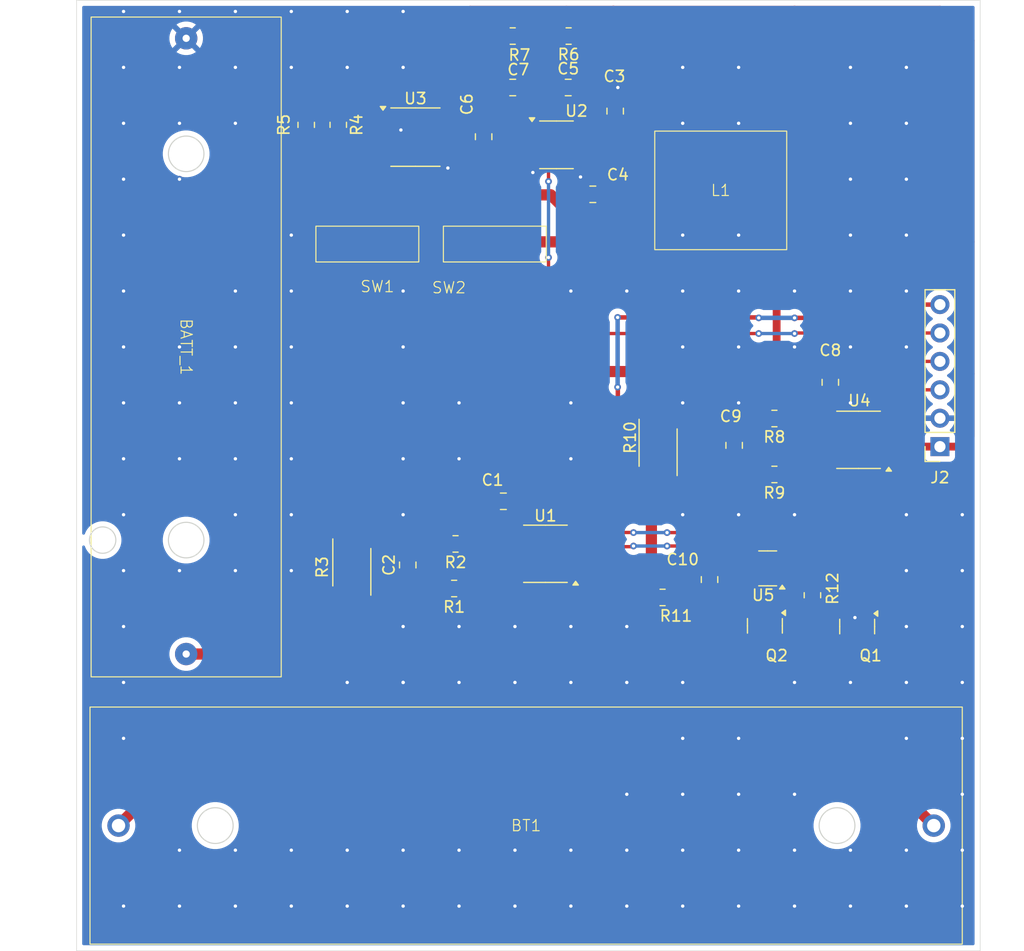
<source format=kicad_pcb>
(kicad_pcb (version 20241229) (generator "pcbnew") (generator_version "9.0")
  (layers (0 "F.Cu" signal) (2 "B.Cu" signal) (13 "F.Paste" user) (15 "B.Paste" user) (5 "F.SilkS" user "F.Silkscreen") (7 "B.SilkS" user "B.Silkscreen") (1 "F.Mask" user) (3 "B.Mask" user) (25 "Edge.Cuts" user))
  (net 0 "")
  (net 1 "+ALK")
  (net 2 "GND")
  (net 3 "LITH")
  (net 4 "Net-(BT1--)")
  (net 5 "V5+")
  (net 6 "Net-(C2-Pad1)")
  (net 7 "Net-(C2-Pad2)")
  (net 8 "Net-(SW1-B)")
  (net 9 "Net-(U2-AUX)")
  (net 10 "Net-(U2-LDO)")
  (net 11 "Net-(C9-Pad1)")
  (net 12 "Net-(C9-Pad2)")
  (net 13 "Net-(U5-VCC)")
  (net 14 "SDA")
  (net 15 "SHDN")
  (net 16 "SCL")
  (net 17 "Net-(U2-SWITCH)")
  (net 18 "Net-(Q1-D)")
  (net 19 "Net-(Q1-G)")
  (net 20 "Net-(Q2-G)")
  (net 21 "Net-(U1-IN+)")
  (net 22 "Net-(U1-IN-)")
  (net 23 "Net-(SW1-A)")
  (net 24 "Net-(U2-FB)")
  (net 25 "Net-(U4-IN+)")
  (net 26 "Net-(U4-IN-)")
  (net 27 "Net-(U5-CS)")
  (net 28 "MPPC")
  (net 34 "Net-(SW2-B)")
  (footprint "Capacitor_SMD:C_0805_2012Metric_Pad1.18x1.45mm_HandSolder" (layer "F.Cu") (at 140.2 71.3 -90)
    (property "Reference" "C6")
    (property "Value" "0.1u")
  )
  (footprint "Resistor_SMD:R_0805_2012Metric_Pad1.20x1.40mm_HandSolder" (layer "F.Cu") (at 166.2 96.5 180)
    (property "Reference" "R8")
    (property "Value" "10")
  )
  (footprint "Package_TO_SOT_SMD:SOT-23-6" (layer "F.Cu") (at 165.6 109.9 180)
    (property "Reference" "U5")
    (property "Value" "DW01A")
  )
  (footprint "Resistor_SMD:R_0805_2012Metric_Pad1.20x1.40mm_HandSolder" (layer "F.Cu") (at 147.8 62.3 180)
    (property "Reference" "R6")
    (property "Value" "910k")
  )
  (footprint "Resistor_SMD:R_Shunt_Vishay_WSK2512_6332Metric_T1.19mm" (layer "F.Cu") (at 128.4125 109.795 90)
    (property "Reference" "R3")
    (property "Value" "0.1R")
  )
  (footprint "Resistor_SMD:R_Shunt_Vishay_WSK2512_6332Metric_T1.19mm" (layer "F.Cu") (at 155.8 99.1 90)
    (property "Reference" "R10")
    (property "Value" "0.1R")
  )
  (footprint "Connector_PinSocket_2.54mm:PinSocket_1x06_P2.54mm_Vertical" (layer "F.Cu") (at 181.000999 99.011844 180)
    (property "Reference" "J2")
    (property "Value" "Conn_01x06_Socket")
  )
  (footprint "Resistor_SMD:R_0805_2012Metric_Pad1.20x1.40mm_HandSolder" (layer "F.Cu") (at 169.6 112.3 90)
    (property "Reference" "R12")
    (property "Value" "1k")
  )
  (footprint "Package_TO_SOT_SMD:SOT-23" (layer "F.Cu") (at 173.6 115.1 -90)
    (property "Reference" "Q1")
    (property "Value" "AO3400A")
  )
  (footprint "Capacitor_SMD:C_0805_2012Metric_Pad1.18x1.45mm_HandSolder" (layer "F.Cu") (at 141.9625 103.9 180)
    (property "Reference" "C1")
    (property "Value" "0.1u")
  )
  (footprint "Resistor_SMD:R_0805_2012Metric_Pad1.20x1.40mm_HandSolder" (layer "F.Cu") (at 156.2 112.5 180)
    (property "Reference" "R11")
    (property "Value" "100")
  )
  (footprint "Capacitor_SMD:C_0805_2012Metric_Pad1.18x1.45mm_HandSolder" (layer "F.Cu") (at 142.8 66.9 180)
    (property "Reference" "C7")
    (property "Value" "4.7u")
  )
  (footprint "Package_TO_SOT_SMD:SOT-23" (layer "F.Cu") (at 165.35 115.0375 -90)
    (property "Reference" "Q2")
    (property "Value" "AO3400A")
  )
  (footprint "Resistor_SMD:R_0805_2012Metric_Pad1.20x1.40mm_HandSolder" (layer "F.Cu") (at 166.2 101.5 180)
    (property "Reference" "R9")
    (property "Value" "10")
  )
  (footprint "Package_SO:SOIC-8_3.9x4.9mm_P1.27mm" (layer "F.Cu") (at 173.725 98.405 180)
    (property "Reference" "U4")
    (property "Value" "INA219AxD")
  )
  (footprint "Joule Thief-Library:18650_Cell_Clip" (layer "F.Cu") (at 144 132.9 180)
    (property "Reference" "BT1")
    (property "Value" "Battery_Cell")
    (fp_circle (center 27.8 0) (end 29.4 0) (stroke (width 0.1)) (fill no) (layer "Edge.Cuts"))
    (fp_circle (center -27.8 0) (end -26.2 0) (stroke (width 0.1)) (fill no) (layer "Edge.Cuts"))
  )
  (footprint "Resistor_SMD:R_0805_2012Metric_Pad1.20x1.40mm_HandSolder" (layer "F.Cu") (at 124.334081 70.241462 -90)
    (property "Reference" "R5")
    (property "Value" "4.7k")
  )
  (footprint "Resistor_SMD:R_0805_2012Metric_Pad1.20x1.40mm_HandSolder" (layer "F.Cu") (at 137.5625 111.7 180)
    (property "Reference" "R1")
    (property "Value" "10")
  )
  (footprint "Package_SO:MSOP-12_3x4.039mm_P0.65mm" (layer "F.Cu") (at 146.7125 72.025)
    (property "Reference" "U2")
    (property "Value" "LTC3105xMS")
  )
  (footprint "Joule Thief-Library:SMD_DPST_Switch" (layer "F.Cu") (at 141.2 80.9)
    (property "Reference" "SW2")
    (property "Value" "SW_SPST")
  )
  (footprint "Package_SO:TSSOP-14_4.4x5mm_P0.65mm" (layer "F.Cu") (at 134.1 71.3375)
    (property "Reference" "U3")
    (property "Value" "AD5280")
  )
  (footprint "Capacitor_SMD:C_0805_2012Metric_Pad1.18x1.45mm_HandSolder" (layer "F.Cu") (at 162.6 98.9 90)
    (property "Reference" "C9")
    (property "Value" "0.1u")
  )
  (footprint "Capacitor_SMD:C_0805_2012Metric_Pad1.18x1.45mm_HandSolder" (layer "F.Cu") (at 149.9625 76.45 180)
    (property "Reference" "C4")
    (property "Value" "10u")
  )
  (footprint "Resistor_SMD:R_0805_2012Metric_Pad1.20x1.40mm_HandSolder" (layer "F.Cu") (at 127.2 70.2375 -90)
    (property "Reference" "R4")
    (property "Value" "4.7k")
  )
  (footprint "Joule Thief-Library:Power_Inductor_101040" (layer "F.Cu") (at 161.4 76.1)
    (property "Reference" "L1")
    (property "Value" "10u")
  )
  (footprint "Resistor_SMD:R_0805_2012Metric_Pad1.20x1.40mm_HandSolder" (layer "F.Cu") (at 137.6875 107.711852 180)
    (property "Reference" "R2")
    (property "Value" "10")
  )
  (footprint "Capacitor_SMD:C_0805_2012Metric_Pad1.18x1.45mm_HandSolder" (layer "F.Cu") (at 133.4125 109.595 90)
    (property "Reference" "C2")
    (property "Value" "0.1u")
  )
  (footprint "Capacitor_SMD:C_0805_2012Metric_Pad1.18x1.45mm_HandSolder" (layer "F.Cu") (at 151.9625 69.0125 -90)
    (property "Reference" "C3")
    (property "Value" "100u")
  )
  (footprint "Capacitor_SMD:C_0805_2012Metric_Pad1.18x1.45mm_HandSolder" (layer "F.Cu") (at 147.7625 66.9)
    (property "Reference" "C5")
    (property "Value" "1u")
  )
  (footprint "Joule Thief-Library:AA_Cell_Clip" (layer "F.Cu") (at 113.6 90.1 -90)
    (property "Reference" "BATT_1")
    (property "Value" "Alkaline AA")
    (fp_circle (center 17.27 7.47) (end 18.45 7.47) (stroke (width 0.1)) (fill no) (layer "Edge.Cuts"))
    (fp_circle (center -17.27 0) (end -15.68 0) (stroke (width 0.1)) (fill no) (layer "Edge.Cuts"))
    (fp_circle (center 17.27 0) (end 18.86 0) (stroke (width 0.1)) (fill no) (layer "Edge.Cuts"))
  )
  (footprint "Capacitor_SMD:C_0805_2012Metric_Pad1.18x1.45mm_HandSolder" (layer "F.Cu") (at 171.2 93.2625 90)
    (property "Reference" "C8")
    (property "Value" "0.1u")
  )
  (footprint "Joule Thief-Library:SMD_DPST_Switch" (layer "F.Cu") (at 129.8 80.9 180)
    (property "Reference" "SW1")
    (property "Value" "SW_SPST")
  )
  (footprint "Package_SO:SOIC-8_3.9x4.9mm_P1.27mm" (layer "F.Cu") (at 145.725 108.595 180)
    (property "Reference" "U1")
    (property "Value" "INA219AxD")
  )
  (footprint "Capacitor_SMD:C_0805_2012Metric_Pad1.18x1.45mm_HandSolder" (layer "F.Cu") (at 160.4 110.9 -90)
    (property "Reference" "C10")
    (property "Value" "0.1u")
  )
  (footprint "Resistor_SMD:R_0805_2012Metric_Pad1.20x1.40mm_HandSolder" (layer "F.Cu") (at 142.8 62.3 180)
    (property "Reference" "R7")
    (property "Value" "220k")
  )
  (gr_rect (start 103.8 59.1) (end 184.6 144.1) (stroke (width 0.05)) (fill no) (layer "Edge.Cuts"))
  (segment (start 127.1425 112.78) (end 127.7775 112.78) (width 0.7) (layer "F.Cu") (net 1))
  (segment (start 113.6 117.56) (end 123.74 117.56) (width 1) (layer "F.Cu") (net 1))
  (segment (start 123.74 117.56) (end 127.78 113.52) (width 1) (layer "F.Cu") (net 1))
  (segment (start 178 102.11) (end 178 105.1) (width 0.3) (layer "F.Cu") (net 2))
  (segment (start 148.2 109.23) (end 148.2 110.5) (width 0.3) (layer "F.Cu") (net 2))
  (segment (start 144.5625 73.65) (end 144.5625 74.4625) (width 0.3) (layer "F.Cu") (net 2))
  (segment (start 171.7875 113.3) (end 172.65 114.1625) (width 0.3) (layer "F.Cu") (net 2))
  (segment (start 142.4 71.7) (end 140.8375 71.7) (width 0.3) (layer "F.Cu") (net 2))
  (segment (start 140.8375 71.7) (end 140.2 72.3375) (width 0.3) (layer "F.Cu") (net 2))
  (segment (start 150.8875 66.9) (end 152.2 66.9) (width 0.3) (layer "F.Cu") (net 2))
  (segment (start 171.25 97.77) (end 172.224999 97.77) (width 0.3) (layer "F.Cu") (net 2))
  (segment (start 136.9625 71.9875) (end 136.9625 72.6375) (width 0.4) (layer "F.Cu") (net 2))
  (segment (start 142.275001 107.96) (end 140.925 106.609999) (width 0.3) (layer "F.Cu") (net 2))
  (segment (start 143.25 107.96) (end 142.275001 107.96) (width 0.3) (layer "F.Cu") (net 2))
  (segment (start 132.7875 70.6875) (end 132.8 70.7) (width 0.3) (layer "F.Cu") (net 2))
  (segment (start 140.925 106.609999) (end 140.925 103.9) (width 0.3) (layer "F.Cu") (net 2))
  (segment (start 173 95.1) (end 173 93.3) (width 0.3) (layer "F.Cu") (net 2))
  (segment (start 148.8625 76.3875) (end 148.925 76.45) (width 0.3) (layer "F.Cu") (net 2))
  (segment (start 173 96.994999) (end 173 95.1) (width 0.3) (layer "F.Cu") (net 2))
  (segment (start 139.25 73.2875) (end 140.2 72.3375) (width 0.4) (layer "F.Cu") (net 2))
  (segment (start 138.9 103.9) (end 138 103) (width 0.3) (layer "F.Cu") (net 2))
  (segment (start 144.5625 74.4625) (end 144.6 74.5) (width 0.3) (layer "F.Cu") (net 2))
  (segment (start 148.2 114.9) (end 148 115.1) (width 0.3) (layer "F.Cu") (net 2))
  (segment (start 148.2 110.5) (end 148.2 114.9) (width 0.3) (layer "F.Cu") (net 2))
  (segment (start 144.5625 71.7) (end 142.4 71.7) (width 0.3) (layer "F.Cu") (net 2))
  (segment (start 141.8 62.3) (end 141.8 66.8625) (width 0.3) (layer "F.Cu") (net 2))
  (segment (start 169.6 113.3) (end 171.7875 113.3) (width 0.3) (layer "F.Cu") (net 2))
  (segment (start 150.8875 66.9) (end 151.9625 67.975) (width 0.3) (layer "F.Cu") (net 2))
  (segment (start 136.9625 73.2875) (end 139.25 73.2875) (width 0.4) (layer "F.Cu") (net 2))
  (segment (start 138 103) (end 138 100.1) (width 0.3) (layer "F.Cu") (net 2))
  (segment (start 171.925 92.225) (end 173 93.3) (width 0.3) (layer "F.Cu") (net 2))
  (segment (start 172.224999 97.77) (end 173 96.994999) (width 0.3) (layer "F.Cu") (net 2))
  (segment (start 140.925 103.9) (end 138.9 103.9) (width 0.3) (layer "F.Cu") (net 2))
  (segment (start 136.9625 74.0625) (end 137 74.1) (width 0.3) (layer "F.Cu") (net 2))
  (segment (start 131.2375 70.6875) (end 132.7875 70.6875) (width 0.3) (layer "F.Cu") (net 2))
  (segment (start 148.8625 73.65) (end 148.8625 76.3875) (width 0.3) (layer "F.Cu") (net 2))
  (segment (start 148.8 66.9) (end 150.8875 66.9) (width 0.3) (layer "F.Cu") (net 2))
  (segment (start 173.2625 114.1625) (end 173.4 114.3) (width 0.3) (layer "F.Cu") (net 2))
  (segment (start 141.8 66.8625) (end 141.7625 66.9) (width 0.3) (layer "F.Cu") (net 2))
  (segment (start 171.2 92.225) (end 171.925 92.225) (width 0.3) (layer "F.Cu") (net 2))
  (segment (start 141.7625 66.9) (end 141.7625 71.0625) (width 0.3) (layer "F.Cu") (net 2))
  (segment (start 136.9625 71.3375) (end 136.9625 71.9875) (width 0.4) (layer "F.Cu") (net 2))
  (segment (start 172.65 114.1625) (end 173.2625 114.1625) (width 0.3) (layer "F.Cu") (net 2))
  (segment (start 136.9625 73.2875) (end 136.9625 74.0625) (width 0.3) (layer "F.Cu") (net 2))
  (segment (start 141.7625 71.0625) (end 142.4 71.7) (width 0.3) (layer "F.Cu") (net 2))
  (segment (start 176.2 100.31) (end 178 102.11) (width 0.3) (layer "F.Cu") (net 2))
  (segment (start 136.9625 72.6375) (end 136.9625 73.2875) (width 0.4) (layer "F.Cu") (net 2))
  (via (at 138 135.1) (size 0.6) (drill 0.3) (layers "F.Cu" "B.Cu") (net 2))
  (via (at 108 80.1) (size 0.6) (drill 0.3) (layers "F.Cu" "B.Cu") (net 2))
  (via (at 153 135.1) (size 0.6) (drill 0.3) (layers "F.Cu" "B.Cu") (net 2))
  (via (at 183 115.1) (size 0.6) (drill 0.3) (layers "F.Cu" "B.Cu") (net 2))
  (via (at 183 125.1) (size 0.6) (drill 0.3) (layers "F.Cu" "B.Cu") (net 2))
  (via (at 178 140.1) (size 0.6) (drill 0.3) (layers "F.Cu" "B.Cu") (net 2))
  (via (at 138 140.1) (size 0.6) (drill 0.3) (layers "F.Cu" "B.Cu") (net 2))
  (via (at 123 85.1) (size 0.6) (drill 0.3) (layers "F.Cu" "B.Cu") (net 2))
  (via (at 108 110.1) (size 0.6) (drill 0.3) (layers "F.Cu" "B.Cu") (net 2))
  (via (at 178 115.1) (size 0.6) (drill 0.3) (layers "F.Cu" "B.Cu") (net 2))
  (via (at 148 120.1) (size 0.6) (drill 0.3) (layers "F.Cu" "B.Cu") (net 2))
  (via (at 128 60.1) (size 0.6) (drill 0.3) (layers "F.Cu" "B.Cu") (net 2))
  (via (at 183 110.1) (size 0.6) (drill 0.3) (layers "F.Cu" "B.Cu") (net 2))
  (via (at 178 70.1) (size 0.6) (drill 0.3) (layers "F.Cu" "B.Cu") (net 2))
  (via (at 133 85.1) (size 0.6) (drill 0.3) (layers "F.Cu" "B.Cu") (net 2))
  (via (at 108 70.1) (size 0.6) (drill 0.3) (layers "F.Cu" "B.Cu") (net 2))
  (via (at 113 65.1) (size 0.6) (drill 0.3) (layers "F.Cu" "B.Cu") (net 2))
  (via (at 168 85.1) (size 0.6) (drill 0.3) (layers "F.Cu" "B.Cu") (net 2))
  (via (at 168 130.1) (size 0.6) (drill 0.3) (layers "F.Cu" "B.Cu") (net 2))
  (via (at 158 65.1) (size 0.6) (drill 0.3) (layers "F.Cu" "B.Cu") (net 2))
  (via (at 168 90.1) (size 0.6) (drill 0.3) (layers "F.Cu" "B.Cu") (net 2))
  (via (at 118 140.1) (size 0.6) (drill 0.3) (layers "F.Cu" "B.Cu") (net 2))
  (via (at 158 95.1) (size 0.6) (drill 0.3) (layers "F.Cu" "B.Cu") (net 2))
  (via (at 158 90.1) (size 0.6) (drill 0.3) (layers "F.Cu" "B.Cu") (net 2))
  (via (at 118 95.1) (size 0.6) (drill 0.3) (layers "F.Cu" "B.Cu") (net 2))
  (via (at 113 135.1) (size 0.6) (drill 0.3) (layers "F.Cu" "B.Cu") (net 2))
  (via (at 148 85.1) (size 0.6) (drill 0.3) (layers "F.Cu" "B.Cu") (net 2))
  (via (at 163 130.1) (size 0.6) (drill 0.3) (layers "F.Cu" "B.Cu") (net 2))
  (via (at 153 115.1) (size 0.6) (drill 0.3) (layers "F.Cu" "B.Cu") (net 2))
  (via (at 163 70.1) (size 0.6) (drill 0.3) (layers "F.Cu" "B.Cu") (net 2))
  (via (at 133 140.1) (size 0.6) (drill 0.3) (layers "F.Cu" "B.Cu") (net 2))
  (via (at 168 105.1) (size 0.6) (drill 0.3) (layers "F.Cu" "B.Cu") (net 2))
  (via (at 178 65.1) (size 0.6) (drill 0.3) (layers "F.Cu" "B.Cu") (net 2))
  (via (at 118 85.1) (size 0.6) (drill 0.3) (layers "F.Cu" "B.Cu") (net 2))
  (via (at 113 95.1) (size 0.6) (drill 0.3) (layers "F.Cu" "B.Cu") (net 2))
  (via (at 168 120.1) (size 0.6) (drill 0.3) (layers "F.Cu" "B.Cu") (net 2))
  (via (at 148.8625 74.9) (size 0.6) (drill 0.3) (layers "F.Cu" "B.Cu") (net 2))
  (via (at 148 115.1) (size 0.6) (drill 0.3) (layers "F.Cu" "B.Cu") (net 2))
  (via (at 123 110.1) (size 0.6) (drill 0.3) (layers "F.Cu" "B.Cu") (net 2))
  (via (at 123 80.1) (size 0.6) (drill 0.3) (layers "F.Cu" "B.Cu") (net 2))
  (via (at 178 85.1) (size 0.6) (drill 0.3) (layers "F.Cu" "B.Cu") (net 2))
  (via (at 173 120.1) (size 0.6) (drill 0.3) (layers "F.Cu" "B.Cu") (net 2))
  (via (at 108 115.1) (size 0.6) (drill 0.3) (layers "F.Cu" "B.Cu") (net 2))
  (via (at 158 130.1) (size 0.6) (drill 0.3) (layers "F.Cu" "B.Cu") (net 2))
  (via (at 168 135.1) (size 0.6) (drill 0.3) (layers "F.Cu" "B.Cu") (net 2))
  (via (at 153 140.1) (size 0.6) (drill 0.3) (layers "F.Cu" "B.Cu") (net 2))
  (via (at 158 70.1) (size 0.6) (drill 0.3) (layers "F.Cu" "B.Cu") (net 2))
  (via (at 108 65.1) (size 0.6) (drill 0.3) (layers "F.Cu" "B.Cu") (net 2))
  (via (at 133 120.1) (size 0.6) (drill 0.3) (layers "F.Cu" "B.Cu") (net 2))
  (via (at 163 65.1) (size 0.6) (drill 0.3) (layers "F.Cu" "B.Cu") (net 2))
  (via (at 158 140.1) (size 0.6) (drill 0.3) (layers "F.Cu" "B.Cu") (net 2))
  (via (at 108 125.1) (size 0.6) (drill 0.3) (layers "F.Cu" "B.Cu") (net 2))
  (via (at 128 65.1) (size 0.6) (drill 0.3) (layers "F.Cu" "B.Cu") (net 2))
  (via (at 133 65.1) (size 0.6) (drill 0.3) (layers "F.Cu" "B.Cu") (net 2))
  (via (at 148 95.1) (size 0.6) (drill 0.3) (layers "F.Cu" "B.Cu") (net 2))
  (via (at 173 95.1) (size 0.6) (drill 0.3) (layers "F.Cu" "B.Cu") (net 2))
  (via (at 158 120.1) (size 0.6) (drill 0.3) (layers "F.Cu" "B.Cu") (net 2))
  (via (at 163 140.1) (size 0.6) (drill 0.3) (layers "F.Cu" "B.Cu") (net 2))
  (via (at 118 105.1) (size 0.6) (drill 0.3) (layers "F.Cu" "B.Cu") (net 2))
  (via (at 123 100.1) (size 0.6) (drill 0.3) (layers "F.Cu" "B.Cu") (net 2))
  (via (at 178 90.1) (size 0.6) (drill 0.3) (layers "F.Cu" "B.Cu") (net 2))
  (via (at 108 60.1) (size 0.6) (drill 0.3) (layers "F.Cu" "B.Cu") (net 2))
  (via (at 143 135.1) (size 0.6) (drill 0.3) (layers "F.Cu" "B.Cu") (net 2))
  (via (at 143 115.1) (size 0.6) (drill 0.3) (layers "F.Cu" "B.Cu") (net 2))
  (via (at 158 80.1) (size 0.6) (drill 0.3) (layers "F.Cu" "B.Cu") (net 2))
  (via (at 183 130.1) (size 0.6) (drill 0.3) (layers "F.Cu" "B.Cu") (net 2))
  (via (at 143 120.1) (size 0.6) (drill 0.3) (layers "F.Cu" "B.Cu") (net 2))
  (via (at 178 80.1) (size 0.6) (drill 0.3) (layers "F.Cu" "B.Cu") (net 2))
  (via (at 163 90.1) (size 0.6) (drill 0.3) (layers "F.Cu" "B.Cu") (net 2))
  (via (at 173 70.1) (size 0.6) (drill 0.3) (layers "F.Cu" "B.Cu") (net 2))
  (via (at 143 140.1) (size 0.6) (drill 0.3) (layers "F.Cu" "B.Cu") (net 2))
  (via (at 137 74.1) (size 0.6) (drill 0.3) (layers "F.Cu" "B.Cu") (net 2))
  (via (at 153 85.1) (size 0.6) (drill 0.3) (layers "F.Cu" "B.Cu") (net 2))
  (via (at 133 135.1) (size 0.6) (drill 0.3) (layers "F.Cu" "B.Cu") (net 2))
  (via (at 108 140.1) (size 0.6) (drill 0.3) (layers "F.Cu" "B.Cu") (net 2))
  (via (at 173 140.1) (size 0.6) (drill 0.3) (layers "F.Cu" "B.Cu") (net 2))
  (via (at 178 135.1) (size 0.6) (drill 0.3) (layers "F.Cu" "B.Cu") (net 2))
  (via (at 132.8 70.7) (size 0.6) (drill 0.3) (layers "F.Cu" "B.Cu") (net 2))
  (via (at 108 100.1) (size 0.6) (drill 0.3) (layers "F.Cu" "B.Cu") (net 2))
  (via (at 123 105.1) (size 0.6) (drill 0.3) (layers "F.Cu" "B.Cu") (net 2))
  (via (at 123 65.1) (size 0.6) (drill 0.3) (layers "F.Cu" "B.Cu") (net 2))
  (via (at 153 130.1) (size 0.6) (drill 0.3) (layers "F.Cu" "B.Cu") (net 2))
  (via (at 118 60.1) (size 0.6) (drill 0.3) (layers "F.Cu" "B.Cu") (net 2))
  (via (at 113 75.1) (size 0.6) (drill 0.3) (layers "F.Cu" "B.Cu") (net 2))
  (via (at 163 135.1) (size 0.6) (drill 0.3) (layers "F.Cu" "B.Cu") (net 2))
  (via (at 133 120.1) (size 0.6) (drill 0.3) (layers "F.Cu" "B.Cu") (net 2))
  (via (at 128 135.1) (size 0.6) (drill 0.3) (layers "F.Cu" "B.Cu") (net 2))
  (via (at 178 105.1) (size 0.6) (drill 0.3) (layers "F.Cu" "B.Cu") (net 2))
  (via (at 108 90.1) (size 0.6) (drill 0.3) (layers "F.Cu" "B.Cu") (net 2))
  (via (at 118 100.1) (size 0.6) (drill 0.3) (layers "F.Cu" "B.Cu") (net 2))
  (via (at 158 135.1) (size 0.6) (drill 0.3) (layers "F.Cu" "B.Cu") (net 2))
  (via (at 133 115.1) (size 0.6) (drill 0.3) (layers "F.Cu" "B.Cu") (net 2))
  (via (at 173 135.1) (size 0.6) (drill 0.3) (layers "F.Cu" "B.Cu") (net 2))
  (via (at 178 110.1) (size 0.6) (drill 0.3) (layers "F.Cu" "B.Cu") (net 2))
  (via (at 128 140.1) (size 0.6) (drill 0.3) (layers "F.Cu" "B.Cu") (net 2))
  (via (at 123 90.1) (size 0.6) (drill 0.3) (layers "F.Cu" "B.Cu") (net 2))
  (via (at 173 75.1) (size 0.6) (drill 0.3) (layers "F.Cu" "B.Cu") (net 2))
  (via (at 163 85.1) (size 0.6) (drill 0.3) (layers "F.Cu" "B.Cu") (net 2))
  (via (at 168 140.1) (size 0.6) (drill 0.3) (layers "F.Cu" "B.Cu") (net 2))
  (via (at 138 100.1) (size 0.6) (drill 0.3) (layers "F.Cu" "B.Cu") (net 2))
  (via (at 158 125.1) (size 0.6) (drill 0.3) (layers "F.Cu" "B.Cu") (net 2))
  (via (at 183 105.1) (size 0.6) (drill 0.3) (layers "F.Cu" "B.Cu") (net 2))
  (via (at 123 60.1) (size 0.6) (drill 0.3) (layers "F.Cu" "B.Cu") (net 2))
  (via (at 183 140.1) (size 0.6) (drill 0.3) (layers "F.Cu" "B.Cu") (net 2))
  (via (at 138 95.1) (size 0.6) (drill 0.3) (layers "F.Cu" "B.Cu") (net 2))
  (via (at 118 65.1) (size 0.6) (drill 0.3) (layers "F.Cu" "B.Cu") (net 2))
  (via (at 163 105.1) (size 0.6) (drill 0.3) (layers "F.Cu" "B.Cu") (net 2))
  (via (at 178 125.1) (size 0.6) (drill 0.3) (layers "F.Cu" "B.Cu") (net 2))
  (via (at 163 125.1) (size 0.6) (drill 0.3) (layers "F.Cu" "B.Cu") (net 2))
  (via (at 144.6 74.5) (size 0.6) (drill 0.3) (layers "F.Cu" "B.Cu") (net 2))
  (via (at 113 110.1) (size 0.6) (drill 0.3) (layers "F.Cu" "B.Cu") (net 2))
  (via (at 148 135.1) (size 0.6) (drill 0.3) (layers "F.Cu" "B.Cu") (net 2))
  (via (at 148 100.1) (size 0.6) (drill 0.3) (layers "F.Cu" "B.Cu") (net 2))
  (via (at 133 90.1) (size 0.6) (drill 0.3) (layers "F.Cu" "B.Cu") (net 2))
  (via (at 173 65.1) (size 0.6) (drill 0.3) (layers "F.Cu" "B.Cu") (net 2))
  (via (at 148 140.1) (size 0.6) (drill 0.3) (layers "F.Cu" "B.Cu") (net 2))
  (via (at 173 90.1) (size 0.6) (drill 0.3) (layers "F.Cu" "B.Cu") (net 2))
  (via (at 108 95.1) (size 0.6) (drill 0.3) (layers "F.Cu" "B.Cu") (net 2))
  (via (at 133 95.1) (size 0.6) (drill 0.3) (layers "F.Cu" "B.Cu") (net 2))
  (via (at 113 140.1) (size 0.6) (drill 0.3) (layers "F.Cu" "B.Cu") (net 2))
  (via (at 133 60.1) (size 0.6) (drill 0.3) (layers "F.Cu" "B.Cu") (net 2))
  (via (at 163 80.1) (size 0.6) (drill 0.3) (layers "F.Cu" "B.Cu") (net 2))
  (via (at 113 100.1) (size 0.6) (drill 0.3) (layers "F.Cu" "B.Cu") (net 2))
  (via (at 108 85.1) (size 0.6) (drill 0.3) (layers "F.Cu" "B.Cu") (net 2))
  (via (at 163 95.1) (size 0.6) (drill 0.3) (layers "F.Cu" "B.Cu") (net 2))
  (via (at 118 90.1) (size 0.6) (drill 0.3) (layers "F.Cu" "B.Cu") (net 2))
  (via (at 183 120.1) (size 0.6) (drill 0.3) (layers "F.Cu" "B.Cu") (net 2))
  (via (at 113 90.1) (size 0.6) (drill 0.3) (layers "F.Cu" "B.Cu") (net 2))
  (via (at 178 120.1) (size 0.6) (drill 0.3) (layers "F.Cu" "B.Cu") (net 2))
  (via (at 123 95.1) (size 0.6) (drill 0.3) (layers "F.Cu" "B.Cu") (net 2))
  (via (at 138 115.1) (size 0.6) (drill 0.3) (layers "F.Cu" "B.Cu") (net 2))
  (via (at 133 100.1) (size 0.6) (drill 0.3) (layers "F.Cu" "B.Cu") (net 2))
  (via (at 118 110.1) (size 0.6) (drill 0.3) (layers "F.Cu" "B.Cu") (net 2))
  (via (at 108 105.1) (size 0.6) (drill 0.3) (layers "F.Cu" "B.Cu") (net 2))
  (via (at 113 70.1) (size 0.6) (drill 0.3) (layers "F.Cu" "B.Cu") (net 2))
  (via (at 123 135.1) (size 0.6) (drill 0.3) (layers "F.Cu" "B.Cu") (net 2))
  (via (at 173 80.1) (size 0.6) (drill 0.3) (layers "F.Cu" "B.Cu") (net 2))
  (via (at 158 85.1) (size 0.6) (drill 0.3) (layers "F.Cu" "B.Cu") (net 2))
  (via (at 108 120.1) (size 0.6) (drill 0.3) (layers "F.Cu" "B.Cu") (net 2))
  (via (at 128 120.1) (size 0.6) (drill 0.3) (layers "F.Cu" "B.Cu") (net 2))
  (via (at 173 85.1) (size 0.6) (drill 0.3) (layers "F.Cu" "B.Cu") (net 2))
  (via (at 153 120.1) (size 0.6) (drill 0.3) (layers "F.Cu" "B.Cu") (net 2))
  (via (at 113 60.1) (size 0.6) (drill 0.3) (layers "F.Cu" "B.Cu") (net 2))
  (via (at 138 120.1) (size 0.6) (drill 0.3) (layers "F.Cu" "B.Cu") (net 2))
  (via (at 183 135.1) (size 0.6) (drill 0.3) (layers "F.Cu" "B.Cu") (net 2))
  (via (at 173.4 114.3) (size 0.6) (drill 0.3) (layers "F.Cu" "B.Cu") (net 2))
  (via (at 108 75.1) (size 0.6) (drill 0.3) (layers "F.Cu" "B.Cu") (net 2))
  (via (at 178 75.1) (size 0.6) (drill 0.3) (layers "F.Cu" "B.Cu") (net 2))
  (via (at 118 135.1) (size 0.6) (drill 0.3) (layers "F.Cu" "B.Cu") (net 2))
  (via (at 152.2 66.9) (size 0.6) (drill 0.3) (layers "F.Cu" "B.Cu") (net 2))
  (via (at 158 105.1) (size 0.6) (drill 0.3) (layers "F.Cu" "B.Cu") (net 2))
  (via (at 133 105.1) (size 0.6) (drill 0.3) (layers "F.Cu" "B.Cu") (net 2))
  (via (at 118 70.1) (size 0.6) (drill 0.3) (layers "F.Cu" "B.Cu") (net 2))
  (via (at 123 140.1) (size 0.6) (drill 0.3) (layers "F.Cu" "B.Cu") (net 2))
  (segment (start 173.4 114.3) (end 177.2 114.3) (width 0.3) (layer "B.Cu") (net 2))
  (segment (start 177.2 114.3) (end 178 115.1) (width 0.3) (layer "B.Cu") (net 2))
  (segment (start 155.2 109.9) (end 155.2 112.5) (width 1) (layer "F.Cu") (net 3))
  (segment (start 147.8 128.5) (end 155.2 121.1) (width 1) (layer "F.Cu") (net 3))
  (segment (start 154.585 102.085) (end 152.2 99.7) (width 0.4) (layer "F.Cu") (net 3))
  (segment (start 111.95 128.5) (end 147.8 128.5) (width 1) (layer "F.Cu") (net 3))
  (segment (start 177.4 87.5) (end 178.6 86.3) (width 0.4) (layer "F.Cu") (net 3))
  (segment (start 155.2 112.5) (end 155.2 102.12) (width 1) (layer "F.Cu") (net 3))
  (segment (start 155.2 121.1) (end 155.2 112.5) (width 1) (layer "F.Cu") (net 3))
  (segment (start 152.2 93.708635) (end 152.180994 93.689629) (width 0.4) (layer "F.Cu") (net 3))
  (segment (start 152.180994 87.459132) (end 164.759132 87.459132) (width 0.4) (layer "F.Cu") (net 3))
  (segment (start 178.6 86.3) (end 178.611844 86.311844) (width 0.4) (layer "F.Cu") (net 3))
  (segment (start 164.759132 87.459132) (end 164.8 87.5) (width 0.4) (layer "F.Cu") (net 3))
  (segment (start 178.611844 86.311844) (end 181.000999 86.311844) (width 0.4) (layer "F.Cu") (net 3))
  (segment (start 107.55 132.9) (end 111.95 128.5) (width 1) (layer "F.Cu") (net 3))
  (segment (start 155.2 102.12) (end 155.165 102.085) (width 1) (layer "F.Cu") (net 3))
  (segment (start 168 87.5) (end 177.4 87.5) (width 0.4) (layer "F.Cu") (net 3))
  (segment (start 155.2525 109.8475) (end 155.2 109.9) (width 1) (layer "F.Cu") (net 3))
  (segment (start 155.165 102.085) (end 154.585 102.085) (width 0.4) (layer "F.Cu") (net 3))
  (segment (start 152.2 99.7) (end 152.2 93.708635) (width 0.4) (layer "F.Cu") (net 3))
  (via (at 152.180994 93.689629) (size 0.6) (drill 0.3) (layers "F.Cu" "B.Cu") (net 3))
  (via (at 164.8 87.5) (size 0.6) (drill 0.3) (layers "F.Cu" "B.Cu") (net 3))
  (via (at 168 87.5) (size 0.6) (drill 0.3) (layers "F.Cu" "B.Cu") (net 3))
  (via (at 152.180994 87.459132) (size 0.6) (drill 0.3) (layers "F.Cu" "B.Cu") (net 3))
  (segment (start 164.8 87.5) (end 168 87.5) (width 0.4) (layer "B.Cu") (net 3))
  (segment (start 152.180994 93.689629) (end 152.180994 87.459132) (width 0.4) (layer "B.Cu") (net 3))
  (segment (start 162.6 120.3) (end 162.6 115.5) (width 1) (layer "F.Cu") (net 4))
  (segment (start 170.45 122.9) (end 165.2 122.9) (width 1) (layer "F.Cu") (net 4))
  (segment (start 180.45 132.9) (end 170.45 122.9) (width 1) (layer "F.Cu") (net 4))
  (segment (start 161.2375 111.9375) (end 160.4 111.9375) (width 0.7) (layer "F.Cu") (net 4))
  (segment (start 162.6 115.5) (end 162.6 113.3) (width 1) (layer "F.Cu") (net 4))
  (segment (start 162.6 113.3) (end 161.2375 111.9375) (width 0.7) (layer "F.Cu") (net 4))
  (segment (start 163 115.5) (end 164.4 114.1) (width 0.7) (layer "F.Cu") (net 4))
  (segment (start 165.2 122.9) (end 162.6 120.3) (width 1) (layer "F.Cu") (net 4))
  (segment (start 162.6 113.3) (end 162.6 111.9) (width 0.7) (layer "F.Cu") (net 4))
  (segment (start 162.6 111.9) (end 163.65 110.85) (width 0.7) (layer "F.Cu") (net 4))
  (segment (start 162.6 115.5) (end 163 115.5) (width 0.7) (layer "F.Cu") (net 4))
  (segment (start 163.65 110.85) (end 164.4625 110.85) (width 0.7) (layer "F.Cu") (net 4))
  (segment (start 183.599 92.5) (end 183.599 98.1) (width 1) (layer "F.Cu") (net 5))
  (segment (start 139.975 70.0375) (end 140.2 70.2625) (width 0.4) (layer "F.Cu") (net 5))
  (segment (start 130.8 66.7) (end 129.4 66.7) (width 1) (layer "F.Cu") (net 5))
  (segment (start 151 80.7) (end 153.8 83.5) (width 1) (layer "F.Cu") (net 5))
  (segment (start 130 67.5) (end 130.8 66.7) (width 0.4) (layer "F.Cu") (net 5))
  (segment (start 127.2 67.5) (end 128 66.7) (width 0.7) (layer "F.Cu") (net 5))
  (segment (start 182.687156 99.011844) (end 183.599 98.1) (width 0.7) (layer "F.Cu") (net 5))
  (segment (start 127.2 69.2375) (end 127.2 67.5) (width 0.7) (layer "F.Cu") (net 5))
  (segment (start 151.802 60.1) (end 168 60.1) (width 1) (layer "F.Cu") (net 5))
  (segment (start 154 69.1) (end 154 62.3) (width 1) (layer "F.Cu") (net 5))
  (segment (start 143 103.9) (end 143 106.44) (width 0.5) (layer "F.Cu") (net 5))
  (segment (start 176.228156 99.011844) (end 176.2 99.04) (width 0.7) (layer "F.Cu") (net 5))
  (segment (start 167.8 94.3) (end 166.4 92.9) (width 0.7) (layer "F.Cu") (net 5))
  (segment (start 169.8 82.3) (end 169.8 61.9) (width 1) (layer "F.Cu") (net 5))
  (segment (start 181 60.1) (end 183.599 62.699) (width 1) (layer "F.Cu") (net 5))
  (segment (start 131.2375 71.3375) (end 130.438708 71.3375) (width 0.4) (layer "F.Cu") (net 5))
  (segment (start 169.8 61.9) (end 168 60.1) (width 1) (layer "F.Cu") (net 5))
  (segment (start 143 92.5) (end 139.2 88.7) (width 1) (layer "F.Cu") (net 5))
  (segment (start 148.8 61.301) (end 147.6 60.101) (width 0.7) (layer "F.Cu") (net 5))
  (segment (start 130 70.898792) (end 130 67.5) (width 0.4) (layer "F.Cu") (net 5))
  (segment (start 167.8 83.5) (end 168.6 83.5) (width 1) (layer "F.Cu") (net 5))
  (segment (start 124.334081 69.241462) (end 124.334081 67.365919) (width 0.7) (layer "F.Cu") (net 5))
  (segment (start 171.25 94.35) (end 171.2 94.3) (width 0.7) (layer "F.Cu") (net 5))
  (segment (start 181.000999 99.011844) (end 176.228156 99.011844) (width 0.7) (layer "F.Cu") (net 5))
  (segment (start 140.4 80.7) (end 151 80.7) (width 1) (layer "F.Cu") (net 5))
  (segment (start 139.2 81.9) (end 140.4 80.7) (width 1) (layer "F.Cu") (net 5))
  (segment (start 138 61.1) (end 138 65.5) (width 1) (layer "F.Cu") (net 5))
  (segment (start 136.8 66.7) (end 130.8 66.7) (width 1) (layer "F.Cu") (net 5))
  (segment (start 143 103.9) (end 143 92.5) (width 1) (layer "F.Cu") (net 5))
  (segment (start 151.801 60.101) (end 151.802 60.1) (width 1) (layer "F.Cu") (net 5))
  (segment (start 168 60.1) (end 181 60.1) (width 1) (layer "F.Cu") (net 5))
  (segment (start 151.9625 70.05) (end 153.05 70.05) (width 1) (layer "F.Cu") (net 5))
  (segment (start 138 65.5) (end 136.8 66.7) (width 1) (layer "F.Cu") (net 5))
  (segment (start 138.999 60.101) (end 147.6 60.101) (width 1) (layer "F.Cu") (net 5))
  (segment (start 154 62.3) (end 151.801 60.101) (width 1) (layer "F.Cu") (net 5))
  (segment (start 151.9625 70.05) (end 150.9625 71.05) (width 0.7) (layer "F.Cu") (net 5))
  (segment (start 168.6 83.5) (end 169.8 82.3) (width 1) (layer "F.Cu") (net 5))
  (segment (start 181.000999 99.011844) (end 182.687156 99.011844) (width 0.7) (layer "F.Cu") (net 5))
  (segment (start 150.9625 71.05) (end 148.8625 71.05) (width 0.4) (layer "F.Cu") (net 5))
  (segment (start 140.2 70.2625) (end 140.2 67.7) (width 0.7) (layer "F.Cu") (net 5))
  (segment (start 129.4 66.7) (end 128 66.7) (width 1) (layer "F.Cu") (net 5))
  (segment (start 130.438708 71.3375) (end 130 70.898792) (width 0.4) (layer "F.Cu") (net 5))
  (segment (start 148.8 62.3) (end 148.8 61.301) (width 0.7) (layer "F.Cu") (net 5))
  (segment (start 139.2 88.7) (end 139.2 81.9) (width 1) (layer "F.Cu") (net 5))
  (segment (start 147.6 60.101) (end 151.801 60.101) (width 1) (layer "F.Cu") (net 5))
  (segment (start 128 66.7) (end 125 66.7) (width 1) (layer "F.Cu") (net 5))
  (segment (start 166.4 84.9) (end 167.8 83.5) (width 0.7) (layer "F.Cu") (net 5))
  (segment (start 171.25 96.5) (end 171.25 94.35) (width 0.7) (layer "F.Cu") (net 5))
  (segment (start 183.599 92.5) (end 183.599 80.7) (width 1) (layer "F.Cu") (net 5))
  (segment (start 124.334081 67.365919) (end 125 66.7) (width 0.7) (layer "F.Cu") (net 5))
  (segment (start 153.8 83.5) (end 167.8 83.5) (width 1) (layer "F.Cu") (net 5))
  (segment (start 136.9625 70.0375) (end 139.975 70.0375) (width 0.4) (layer "F.Cu") (net 5))
  (segment (start 140.2 67.7) (end 138 65.5) (width 0.7) (layer "F.Cu") (net 5))
  (segment (start 171.2 94.3) (end 167.8 94.3) (width 0.7) (layer "F.Cu") (net 5))
  (segment (start 166.4 92.9) (end 166.4 84.9) (width 0.7) (layer "F.Cu") (net 5))
  (segment (start 143 106.44) (end 143.25 106.69) (width 0.5) (layer "F.Cu") (net 5))
  (segment (start 153.05 70.05) (end 154 69.1) (width 1) (layer "F.Cu") (net 5))
  (segment (start 183.599 62.699) (end 183.599 80.7) (width 1) (layer "F.Cu") (net 5))
  (segment (start 138 61.1) (end 138.999 60.101) (width 1) (layer "F.Cu") (net 5))
  (segment (start 133.4125 110.6325) (end 134.495 110.6325) (width 0.2) (layer "F.Cu") (net 6))
  (segment (start 135.5625 111.7) (end 136.150648 111.7) (width 0.2) (layer "F.Cu") (net 6))
  (segment (start 129.6825 110.98) (end 130.03 110.6325) (width 0.2) (layer "F.Cu") (net 6))
  (segment (start 136.150648 111.7) (end 136.5625 112.111852) (width 0.2) (layer "F.Cu") (net 6))
  (segment (start 130.03 110.6325) (end 133.4125 110.6325) (width 0.2) (layer "F.Cu") (net 6))
  (segment (start 129.6825 113.225) (end 129.6825 110.98) (width 0.2) (layer "F.Cu") (net 6))
  (segment (start 134.495 110.6325) (end 135.5625 111.7) (width 0.2) (layer "F.Cu") (net 6))
  (segment (start 127.1425 107.35473) (end 128.34527 108.5575) (width 0.2) (layer "F.Cu") (net 7))
  (segment (start 136.275648 107.3) (end 136.6875 107.711852) (width 0.2) (layer "F.Cu") (net 7))
  (segment (start 134.505 108.5575) (end 135.350648 107.711852) (width 0.2) (layer "F.Cu") (net 7))
  (segment (start 135.350648 107.711852) (end 136.6875 107.711852) (width 0.2) (layer "F.Cu") (net 7))
  (segment (start 133.4125 108.5575) (end 134.505 108.5575) (width 0.2) (layer "F.Cu") (net 7))
  (segment (start 128.34527 108.5575) (end 133.4125 108.5575) (width 0.2) (layer "F.Cu") (net 7))
  (segment (start 127.1425 106.365) (end 127.1425 107.35473) (width 0.2) (layer "F.Cu") (net 7))
  (segment (start 129.0475 106.81) (end 128.8 106.5625) (width 1) (layer "F.Cu") (net 8))
  (segment (start 128.8 106.5625) (end 128.8 79.9) (width 0.7) (layer "F.Cu") (net 8))
  (segment (start 128.8 79.9) (end 129.8 78.9) (width 0.7) (layer "F.Cu") (net 8))
  (segment (start 146.725 69.425) (end 147.7 70.4) (width 0.4) (layer "F.Cu") (net 9))
  (segment (start 146.725 66.9) (end 146.725 69.425) (width 0.4) (layer "F.Cu") (net 9))
  (segment (start 147.7 70.4) (end 148.8625 70.4) (width 0.4) (layer "F.Cu") (net 9))
  (segment (start 143 70.5) (end 143.55 71.05) (width 0.4) (layer "F.Cu") (net 10))
  (segment (start 143.55 71.05) (end 144.5625 71.05) (width 0.4) (layer "F.Cu") (net 10))
  (segment (start 143.8375 66.9) (end 143.8375 67.6625) (width 0.4) (layer "F.Cu") (net 10))
  (segment (start 143.8375 67.6625) (end 143 68.5) (width 0.4) (layer "F.Cu") (net 10))
  (segment (start 143 68.5) (end 143 70.5) (width 0.4) (layer "F.Cu") (net 10))
  (segment (start 164.8375 101.1375) (end 165.2 101.5) (width 0.2) (layer "F.Cu") (net 11))
  (segment (start 157.07 102.53) (end 158.4625 101.1375) (width 0.2) (layer "F.Cu") (net 11))
  (segment (start 163.8 101.1375) (end 164.8375 101.1375) (width 0.2) (layer "F.Cu") (net 11))
  (segment (start 162.6 99.9375) (end 163.8 101.1375) (width 0.2) (layer "F.Cu") (net 11))
  (segment (start 161.4 101.1375) (end 162.6 99.9375) (width 0.2) (layer "F.Cu") (net 11))
  (segment (start 158.4625 101.1375) (end 161.4 101.1375) (width 0.2) (layer "F.Cu") (net 11))
  (segment (start 154.53 96.65973) (end 156.93277 99.0625) (width 0.2) (layer "F.Cu") (net 12))
  (segment (start 163.9625 96.5) (end 165.2 96.5) (width 0.2) (layer "F.Cu") (net 12))
  (segment (start 156.93277 99.0625) (end 161.4 99.0625) (width 0.2) (layer "F.Cu") (net 12))
  (segment (start 161.4 99.0625) (end 162.6 97.8625) (width 0.2) (layer "F.Cu") (net 12))
  (segment (start 162.6 97.8625) (end 163.9625 96.5) (width 0.2) (layer "F.Cu") (net 12))
  (segment (start 154.53 95.67) (end 154.53 96.65973) (width 0.2) (layer "F.Cu") (net 12))
  (segment (start 157.2 112.5) (end 159.8 109.9) (width 1) (layer "F.Cu") (net 13))
  (segment (start 164.4625 109.9) (end 160.4375 109.9) (width 0.5) (layer "F.Cu") (net 13))
  (segment (start 160.3625 109.9) (end 160.4 109.8625) (width 1) (layer "F.Cu") (net 13))
  (segment (start 159.8 109.9) (end 160.3625 109.9) (width 1) (layer "F.Cu") (net 13))
  (segment (start 160.4375 109.9) (end 160.4 109.8625) (width 0.5) (layer "F.Cu") (net 13))
  (segment (start 174.6 98.3) (end 175.13 97.77) (width 0.3) (layer "F.Cu") (net 14))
  (segment (start 132.8 73.5) (end 132.8 74.3) (width 0.3) (layer "F.Cu") (net 14))
  (segment (start 132.5875 73.2875) (end 132.8 73.5) (width 0.3) (layer "F.Cu") (net 14))
  (segment (start 112.6 124.7) (end 143 124.7) (width 0.3) (layer "F.Cu") (net 14))
  (segment (start 147.3025 107.96) (end 148.2 107.96) (width 0.3) (layer "F.Cu") (net 14))
  (segment (start 178.6 96.9) (end 178.6 94.9) (width 0.3) (layer "F.Cu") (net 14))
  (segment (start 179.568156 93.931844) (end 181.000999 93.931844) (width 0.3) (layer "F.Cu") (net 14))
  (segment (start 156.6 107.9) (end 170.8 107.9) (width 0.3) (layer "F.Cu") (net 14))
  (segment (start 124.2 72.42082) (end 124.2 71.375543) (width 0.3) (layer "F.Cu") (net 14))
  (segment (start 146.4 108.8625) (end 147.3025 107.96) (width 0.3) (layer "F.Cu") (net 14))
  (segment (start 124.2 71.375543) (end 124.334081 71.241462) (width 0.3) (layer "F.Cu") (net 14))
  (segment (start 178.6 94.9) (end 179.568156 93.931844) (width 0.3) (layer "F.Cu") (net 14))
  (segment (start 131.2375 73.2875) (end 125.06668 73.2875) (width 0.3) (layer "F.Cu") (net 14))
  (segment (start 109.5 84.6) (end 109.5 121.6) (width 0.3) (layer "F.Cu") (net 14))
  (segment (start 175.13 97.77) (end 176.2 97.77) (width 0.3) (layer "F.Cu") (net 14))
  (segment (start 132.4 74.7) (end 119.4 74.7) (width 0.3) (layer "F.Cu") (net 14))
  (segment (start 176.2 97.77) (end 177.73 97.77) (width 0.3) (layer "F.Cu") (net 14))
  (segment (start 143 124.7) (end 146.4 121.3) (width 0.3) (layer "F.Cu") (net 14))
  (segment (start 131.2375 73.2875) (end 132.5875 73.2875) (width 0.3) (layer "F.Cu") (net 14))
  (segment (start 119.4 74.7) (end 109.5 84.6) (width 0.3) (layer "F.Cu") (net 14))
  (segment (start 153.54 107.96) (end 153.6 107.9) (width 0.3) (layer "F.Cu") (net 14))
  (segment (start 170.8 107.9) (end 174.6 104.1) (width 0.3) (layer "F.Cu") (net 14))
  (segment (start 109.5 121.6) (end 112.6 124.7) (width 0.3) (layer "F.Cu") (net 14))
  (segment (start 132.8 74.3) (end 132.4 74.7) (width 0.3) (layer "F.Cu") (net 14))
  (segment (start 174.6 104.1) (end 174.6 98.3) (width 0.3) (layer "F.Cu") (net 14))
  (segment (start 146.4 121.3) (end 146.4 108.8625) (width 0.3) (layer "F.Cu") (net 14))
  (segment (start 148.2 107.96) (end 153.54 107.96) (width 0.3) (layer "F.Cu") (net 14))
  (segment (start 177.73 97.77) (end 178.6 96.9) (width 0.3) (layer "F.Cu") (net 14))
  (segment (start 125.06668 73.2875) (end 124.2 72.42082) (width 0.3) (layer "F.Cu") (net 14))
  (via (at 153.6 107.9) (size 0.6) (drill 0.3) (layers "F.Cu" "B.Cu") (net 14))
  (via (at 156.6 107.9) (size 0.6) (drill 0.3) (layers "F.Cu" "B.Cu") (net 14))
  (segment (start 153.6 107.9) (end 156.6 107.9) (width 0.3) (layer "B.Cu") (net 14))
  (segment (start 146 86.7) (end 148.2 88.9) (width 0.3) (layer "F.Cu") (net 15))
  (segment (start 145.65 72.35) (end 146 72.7) (width 0.3) (layer "F.Cu") (net 15))
  (segment (start 146 72.7) (end 146 75.3) (width 0.3) (layer "F.Cu") (net 15))
  (segment (start 168.048156 88.851844) (end 168 88.9) (width 0.3) (layer "F.Cu") (net 15))
  (segment (start 181.000999 88.851844) (end 168.048156 88.851844) (width 0.3) (layer "F.Cu") (net 15))
  (segment (start 148.2 88.9) (end 164.8 88.9) (width 0.3) (layer "F.Cu") (net 15))
  (segment (start 146 82.1) (end 146 86.7) (width 0.3) (layer "F.Cu") (net 15))
  (segment (start 144.5625 72.35) (end 145.65 72.35) (width 0.3) (layer "F.Cu") (net 15))
  (via (at 146 82.1) (size 0.6) (drill 0.3) (layers "F.Cu" "B.Cu") (net 15))
  (via (at 164.8 88.9) (size 0.6) (drill 0.3) (layers "F.Cu" "B.Cu") (net 15))
  (via (at 146 75.3) (size 0.6) (drill 0.3) (layers "F.Cu" "B.Cu") (net 15))
  (via (at 168 88.9) (size 0.6) (drill 0.3) (layers "F.Cu" "B.Cu") (net 15))
  (segment (start 164.8 88.9) (end 168 88.9) (width 0.3) (layer "B.Cu") (net 15))
  (segment (start 146 75.3) (end 146 82.1) (width 0.3) (layer "B.Cu") (net 15))
  (segment (start 113.4 122.9) (end 133.2 122.9) (width 0.3) (layer "F.Cu") (net 16))
  (segment (start 170 106.7) (end 173.4 103.3) (width 0.3) (layer "F.Cu") (net 16))
  (segment (start 177.4 96.5) (end 177.6 96.3) (width 0.3) (layer "F.Cu") (net 16))
  (segment (start 131.2375 72.6375) (end 132.9375 72.6375) (width 0.3) (layer "F.Cu") (net 16))
  (segment (start 133.2 122.9) (end 133.4 122.9) (width 0.3) (layer "F.Cu") (net 16))
  (segment (start 177.6 96.3) (end 177.6 92.9) (width 0.3) (layer "F.Cu") (net 16))
  (segment (start 153.59 106.69) (end 153.6 106.7) (width 0.3) (layer "F.Cu") (net 16))
  (segment (start 127.2 72.3) (end 127.2 71.2375) (width 0.3) (layer "F.Cu") (net 16))
  (segment (start 173.4 103.3) (end 173.4 97.5) (width 0.3) (layer "F.Cu") (net 16))
  (segment (start 127.5375 72.6375) (end 127.2 72.3) (width 0.3) (layer "F.Cu") (net 16))
  (segment (start 144.8 108.6625) (end 146.7725 106.69) (width 0.3) (layer "F.Cu") (net 16))
  (segment (start 133.2 122.9) (end 142.8 122.9) (width 0.3) (layer "F.Cu") (net 16))
  (segment (start 174.4 96.5) (end 176.2 96.5) (width 0.3) (layer "F.Cu") (net 16))
  (segment (start 132.8 76.3) (end 120.2 76.3) (width 0.3) (layer "F.Cu") (net 16))
  (segment (start 111 120.5) (end 113.4 122.9) (width 0.3) (layer "F.Cu") (net 16))
  (segment (start 142.8 122.9) (end 144.8 120.9) (width 0.3) (layer "F.Cu") (net 16))
  (segment (start 177.6 92.9) (end 179.108156 91.391844) (width 0.3) (layer "F.Cu") (net 16))
  (segment (start 111 85.5) (end 111 87.1) (width 0.3) (layer "F.Cu") (net 16))
  (segment (start 156.6 106.7) (end 170 106.7) (width 0.3) (layer "F.Cu") (net 16))
  (segment (start 133.6 75.5) (end 132.8 76.3) (width 0.3) (layer "F.Cu") (net 16))
  (segment (start 111 87.1) (end 111 120.5) (width 0.3) (layer "F.Cu") (net 16))
  (segment (start 144.8 120.9) (end 144.8 108.6625) (width 0.3) (layer "F.Cu") (net 16))
  (segment (start 176.2 96.5) (end 177.4 96.5) (width 0.3) (layer "F.Cu") (net 16))
  (segment (start 173.4 97.5) (end 174.4 96.5) (width 0.3) (layer "F.Cu") (net 16))
  (segment (start 120.2 76.3) (end 111 85.5) (width 0.3) (layer "F.Cu") (net 16))
  (segment (start 148.2 106.69) (end 153.59 106.69) (width 0.3) (layer "F.Cu") (net 16))
  (segment (start 132.9375 72.6375) (end 133.6 73.3) (width 0.3) (layer "F.Cu") (net 16))
  (segment (start 131.2375 72.6375) (end 127.5375 72.6375) (width 0.3) (layer "F.Cu") (net 16))
  (segment (start 133.6 73.3) (end 133.6 75.5) (width 0.3) (layer "F.Cu") (net 16))
  (segment (start 179.108156 91.391844) (end 181.000999 91.391844) (width 0.3) (layer "F.Cu") (net 16))
  (segment (start 146.7725 106.69) (end 148.2 106.69) (width 0.3) (layer "F.Cu") (net 16))
  (via (at 153.6 106.7) (size 0.6) (drill 0.3) (layers "F.Cu" "B.Cu") (net 16))
  (via (at 156.6 106.7) (size 0.6) (drill 0.3) (layers "F.Cu" "B.Cu") (net 16))
  (segment (start 153.6 106.7) (end 156.6 106.7) (width 0.3) (layer "B.Cu") (net 16))
  (segment (start 166.15 76.1) (end 162.378414 72.328414) (width 0.7) (layer "F.Cu") (net 17))
  (segment (start 152.002405 72.328414) (end 151.980819 72.35) (width 0.4) (layer "F.Cu") (net 17))
  (segment (start 151.980819 72.35) (end 148.8625 72.35) (width 0.5) (layer "F.Cu") (net 17))
  (segment (start 162.378414 72.328414) (end 152.002405 72.328414) (width 0.7) (layer "F.Cu") (net 17))
  (segment (start 173.5375 115.975) (end 173.6 116.0375) (width 0.5) (layer "F.Cu") (net 18))
  (segment (start 165.35 115.975) (end 173.5375 115.975) (width 0.5) (layer "F.Cu") (net 18))
  (segment (start 174.55 114.1625) (end 174.55 110.779314) (width 0.7) (layer "F.Cu") (net 19))
  (segment (start 172.715677 108.944991) (end 172.710668 108.95) (width 0.7) (layer "F.Cu") (net 19))
  (segment (start 172.710668 108.95) (end 166.7375 108.95) (width 0.5) (layer "F.Cu") (net 19))
  (segment (start 174.55 110.779314) (end 172.715677 108.944991) (width 0.7) (layer "F.Cu") (net 19))
  (segment (start 166.3 114.1) (end 166.3 111.2875) (width 0.5) (layer "F.Cu") (net 20))
  (segment (start 166.3 111.2875) (end 166.7375 110.85) (width 0.5) (layer "F.Cu") (net 20))
  (segment (start 139.3625 111.7) (end 140.5625 110.5) (width 0.2) (layer "F.Cu") (net 21))
  (segment (start 138.974352 111.7) (end 139.3625 111.7) (width 0.2) (layer "F.Cu") (net 21))
  (segment (start 138.5625 112.111852) (end 138.974352 111.7) (width 0.2) (layer "F.Cu") (net 21))
  (segment (start 140.5625 110.5) (end 143.25 110.5) (width 0.2) (layer "F.Cu") (net 21))
  (segment (start 140.4925 109.23) (end 143.25 109.23) (width 0.2) (layer "F.Cu") (net 22))
  (segment (start 138.974352 107.711852) (end 140.4925 109.23) (width 0.2) (layer "F.Cu") (net 22))
  (segment (start 138.6875 107.711852) (end 138.974352 107.711852) (width 0.2) (layer "F.Cu") (net 22))
  (segment (start 150 78.5) (end 151 77.5) (width 1) (layer "F.Cu") (net 23))
  (segment (start 148.2 78.5) (end 150 78.5) (width 1) (layer "F.Cu") (net 23))
  (segment (start 131.859461 78.840539) (end 133.140539 78.840539) (width 0.7) (layer "F.Cu") (net 23))
  (segment (start 133.140539 78.840539) (end 135.481078 76.5) (width 0.7) (layer "F.Cu") (net 23))
  (segment (start 150.3 73) (end 151 73.7) (width 0.4) (layer "F.Cu") (net 23))
  (segment (start 135.481078 76.5) (end 146.2 76.5) (width 1) (layer "F.Cu") (net 23))
  (segment (start 146.2 76.5) (end 148.2 78.5) (width 1) (layer "F.Cu") (net 23))
  (segment (start 151 73.7) (end 151 76.45) (width 0.4) (layer "F.Cu") (net 23))
  (segment (start 151 76.45) (end 156.3 76.45) (width 1) (layer "F.Cu") (net 23))
  (segment (start 151.35 76.45) (end 151 76.45) (width 1) (layer "F.Cu") (net 23))
  (segment (start 131.8 78.9) (end 131.859461 78.840539) (width 0.7) (layer "F.Cu") (net 23))
  (segment (start 156.3 76.45) (end 156.65 76.1) (width 1) (layer "F.Cu") (net 23))
  (segment (start 148.8625 73) (end 150.3 73) (width 0.4) (layer "F.Cu") (net 23))
  (segment (start 151 77.5) (end 151 76.45) (width 1) (layer "F.Cu") (net 23))
  (segment (start 146.8 62.3) (end 145.8 62.3) (width 0.4) (layer "F.Cu") (net 24))
  (segment (start 145.2 62.9) (end 145.2 69.7625) (width 0.4) (layer "F.Cu") (net 24))
  (segment (start 145.8 62.3) (end 143.8 62.3) (width 0.4) (layer "F.Cu") (net 24))
  (segment (start 145.2 69.7625) (end 144.5625 70.4) (width 0.4) (layer "F.Cu") (net 24))
  (segment (start 145.8 62.3) (end 145.2 62.9) (width 0.4) (layer "F.Cu") (net 24))
  (segment (start 168.8 99.7) (end 169.41 100.31) (width 0.2) (layer "F.Cu") (net 25))
  (segment (start 169.41 100.31) (end 171.25 100.31) (width 0.2) (layer "F.Cu") (net 25))
  (segment (start 168.4 96.5) (end 168.8 96.9) (width 0.2) (layer "F.Cu") (net 25))
  (segment (start 167.2 96.5) (end 168.4 96.5) (width 0.2) (layer "F.Cu") (net 25))
  (segment (start 168.8 96.9) (end 168.8 99.7) (width 0.2) (layer "F.Cu") (net 25))
  (segment (start 171.25 99.04) (end 171.31 99.1) (width 0.2) (layer "F.Cu") (net 26))
  (segment (start 172.8 101.1) (end 172.4 101.5) (width 0.2) (layer "F.Cu") (net 26))
  (segment (start 172.8 99.5) (end 172.8 101.1) (width 0.2) (layer "F.Cu") (net 26))
  (segment (start 171.25 99.04) (end 172.34 99.04) (width 0.2) (layer "F.Cu") (net 26))
  (segment (start 172.34 99.04) (end 172.8 99.5) (width 0.2) (layer "F.Cu") (net 26))
  (segment (start 172.4 101.5) (end 167.2 101.5) (width 0.2) (layer "F.Cu") (net 26))
  (segment (start 166.7375 109.9) (end 169.2 109.9) (width 0.5) (layer "F.Cu") (net 27))
  (segment (start 169.2 109.9) (end 169.6 110.3) (width 0.5) (layer "F.Cu") (net 27))
  (segment (start 169.6 110.3) (end 169.6 111.3) (width 0.5) (layer "F.Cu") (net 27))
  (segment (start 141.2 74.9) (end 143.1 73) (width 0.4) (layer "F.Cu") (net 28))
  (segment (start 134.6 70.1) (end 134.6 73.9) (width 0.4) (layer "F.Cu") (net 28))
  (segment (start 135.6 74.9) (end 141.2 74.9) (width 0.4) (layer "F.Cu") (net 28))
  (segment (start 134.6 73.9) (end 135.6 74.9) (width 0.4) (layer "F.Cu") (net 28))
  (segment (start 133.8875 69.3875) (end 134.6 70.1) (width 0.4) (layer "F.Cu") (net 28))
  (segment (start 131.2375 69.3875) (end 133.8875 69.3875) (width 0.4) (layer "F.Cu") (net 28))
  (segment (start 143.1 73) (end 144.5625 73) (width 0.4) (layer "F.Cu") (net 28))
  (segment (start 131.2375 69.3875) (end 131.2375 70.0375) (width 0.4) (layer "F.Cu") (net 28))
  (segment (start 147 92.3) (end 141.2 86.5) (width 1) (layer "F.Cu") (net 34))
  (segment (start 156.435 94.970001) (end 156.435 96.115) (width 1) (layer "F.Cu") (net 34))
  (segment (start 147 92.3) (end 153.764999 92.3) (width 1) (layer "F.Cu") (net 34))
  (segment (start 153.764999 92.3) (end 156.435 94.970001) (width 1) (layer "F.Cu") (net 34))
  (segment (start 141.2 86.5) (end 141.2 82.9) (width 1) (layer "F.Cu") (net 34))
  (zone (net 2) (net_name "GND") (layer "B.Cu") (connect_pads (clearance 0.5)) (min_thickness 0.25) (fill yes (thermal_gap 0.5) (thermal_bridge_width 0.5))
    (polygon (pts (xy 184.4 143.9) (xy 184.4 59.3) (xy 104 59.3) (xy 104 143.9)))
  )
)
</source>
